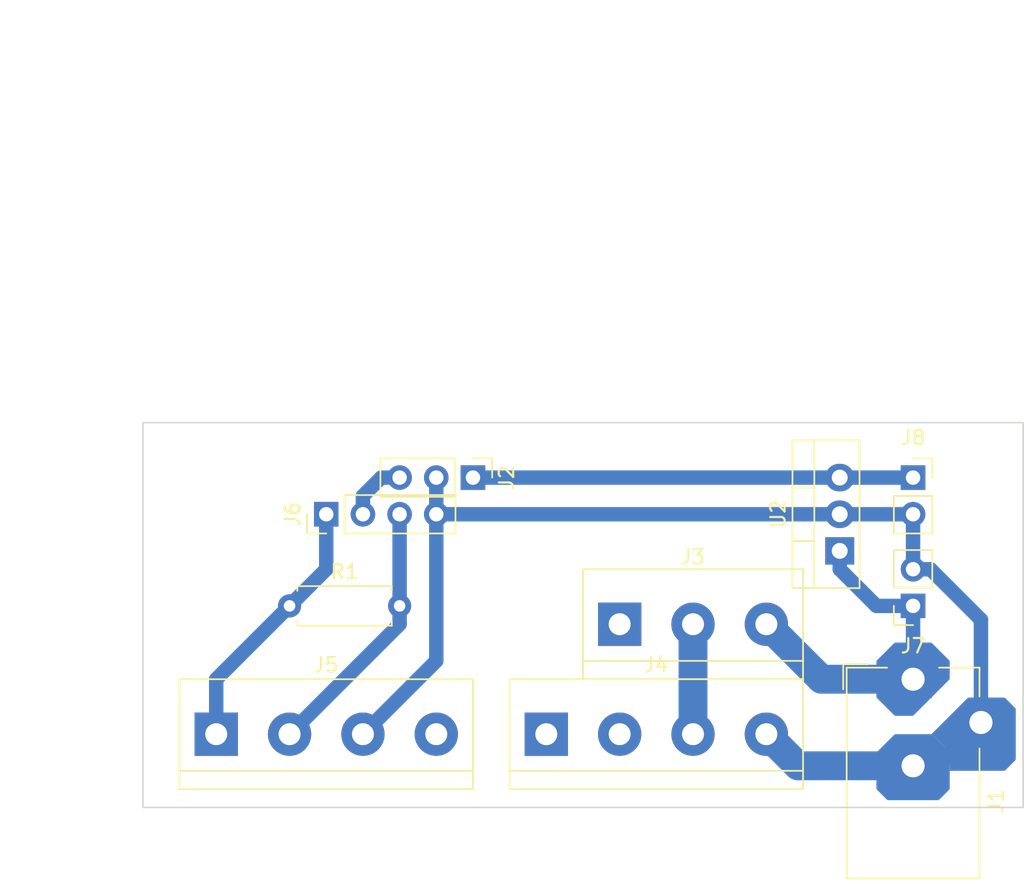
<source format=kicad_pcb>
(kicad_pcb (version 20211014) (generator pcbnew)
  (layers (0 "F.Cu" signal) (31 "B.Cu" signal) (34 "B.Paste" user) (35 "F.Paste" user) (36 "B.SilkS" user "B.Silkscreen") (37 "F.SilkS" user "F.Silkscreen") (38 "B.Mask" user) (39 "F.Mask" user) (44 "Edge.Cuts" user))
  (net 0 "")
  (net 2 "+12V")
  (net 3 "GND")
  (net 4 "+5V")
  (net 5 "/REL3")
  (net 6 "/NC")
  (net 7 "/COM")
  (net 8 "/REL1")
  (net 9 "/REL2")
  (net 10 "+3.3V")
  (net 11 "/SEN")
  (footprint "TerminalBlock:TerminalBlock_bornier-4_P5.08mm" (layer "F.Cu") (at 157.48 100.33)
    (fp_text reference "J4" (at 7.6 -4.8) (layer "F.SilkS"))
    (fp_text value "ACTIVADOR")
    (fp_line (start 17.78 2.54) (end -2.54 2.54) (layer "F.SilkS") (width 0.12))
    (fp_line (start -2.54 -3.81) (end 17.78 -3.81) (layer "F.SilkS") (width 0.12))
    (fp_line (start -2.54 -3.81) (end -2.54 3.81) (layer "F.SilkS") (width 0.12))
    (fp_line (start 17.78 3.81) (end 17.78 -3.81) (layer "F.SilkS") (width 0.12))
    (fp_line (start -2.54 3.81) (end 17.78 3.81) (layer "F.SilkS") (width 0.12))
    (pad "1" thru_hole rect (at 0 0) (size 3 3) (drill 1.52) (layers *.Cu *.Mask) (net 8 "/REL1"))
    (pad "2" thru_hole circle (at 5.08 0) (size 3 3) (drill 1.52) (layers *.Cu *.Mask) (net 9 "/REL2"))
    (pad "3" thru_hole circle (at 10.16 0) (size 3 3) (drill 1.52) (layers *.Cu *.Mask) (net 7 "/COM"))
    (pad "4" thru_hole circle (at 15.24 0) (size 3 3) (drill 1.52) (layers *.Cu *.Mask) (net 3 "GND"))
  )
  (footprint "Connector_PinHeader_2.54mm:PinHeader_1x04_P2.54mm_Vertical" (layer "F.Cu") (at 142.24 85.09 90)
    (fp_text reference "J6" (at 0 -2.33 90) (layer "F.SilkS"))
    (fp_text value "ESP")
    (fp_line (start -1.33 1.27) (end 1.33 1.27) (layer "F.SilkS") (width 0.12))
    (fp_line (start 1.33 1.27) (end 1.33 8.95) (layer "F.SilkS") (width 0.12))
    (fp_line (start -1.33 -1.33) (end 0 -1.33) (layer "F.SilkS") (width 0.12))
    (fp_line (start -1.33 1.27) (end -1.33 8.95) (layer "F.SilkS") (width 0.12))
    (fp_line (start -1.33 8.95) (end 1.33 8.95) (layer "F.SilkS") (width 0.12))
    (fp_line (start -1.33 0) (end -1.33 -1.33) (layer "F.SilkS") (width 0.12))
    (pad "1" thru_hole rect (at 0 0 90) (size 1.7 1.7) (drill 1) (layers *.Cu *.Mask) (net 10 "+3.3V"))
    (pad "2" thru_hole oval (at 0 2.54 90) (size 1.7 1.7) (drill 1) (layers *.Cu *.Mask) (net 5 "/REL3"))
    (pad "3" thru_hole oval (at 0 5.08 90) (size 1.7 1.7) (drill 1) (layers *.Cu *.Mask) (net 11 "/SEN"))
    (pad "4" thru_hole oval (at 0 7.62 90) (size 1.7 1.7) (drill 1) (layers *.Cu *.Mask) (net 3 "GND"))
  )
  (footprint "TerminalBlock:TerminalBlock_bornier-3_P5.08mm" (layer "F.Cu") (at 162.56 92.71)
    (fp_text reference "J3" (at 5.05 -4.65) (layer "F.SilkS"))
    (fp_text value "REL_OUT")
    (fp_line (start 12.7 3.81) (end 12.7 -3.81) (layer "F.SilkS") (width 0.12))
    (fp_line (start -2.54 -3.81) (end 12.7 -3.81) (layer "F.SilkS") (width 0.12))
    (fp_line (start -2.54 3.81) (end 12.7 3.81) (layer "F.SilkS") (width 0.12))
    (fp_line (start -2.54 2.54) (end 12.7 2.54) (layer "F.SilkS") (width 0.12))
    (fp_line (start -2.54 3.81) (end -2.54 -3.81) (layer "F.SilkS") (width 0.12))
    (pad "1" thru_hole rect (at 0 0) (size 3 3) (drill 1.52) (layers *.Cu *.Mask) (net 6 "/NC"))
    (pad "2" thru_hole circle (at 5.08 0) (size 3 3) (drill 1.52) (layers *.Cu *.Mask) (net 7 "/COM"))
    (pad "3" thru_hole circle (at 10.16 0) (size 3 3) (drill 1.52) (layers *.Cu *.Mask) (net 2 "+12V"))
  )
  (footprint "Resistor_THT:R_Axial_DIN0207_L6.3mm_D2.5mm_P7.62mm_Horizontal" (layer "F.Cu") (at 139.7 91.44)
    (fp_text reference "R1" (at 3.81 -2.37) (layer "F.SilkS"))
    (fp_text value "4.7K")
    (fp_line (start 7.08 1.37) (end 7.08 1.04) (layer "F.SilkS") (width 0.12))
    (fp_line (start 0.54 1.37) (end 7.08 1.37) (layer "F.SilkS") (width 0.12))
    (fp_line (start 0.54 -1.37) (end 7.08 -1.37) (layer "F.SilkS") (width 0.12))
    (fp_line (start 0.54 -1.04) (end 0.54 -1.37) (layer "F.SilkS") (width 0.12))
    (fp_line (start 7.08 -1.37) (end 7.08 -1.04) (layer "F.SilkS") (width 0.12))
    (fp_line (start 0.54 1.04) (end 0.54 1.37) (layer "F.SilkS") (width 0.12))
    (pad "1" thru_hole circle (at 0 0) (size 1.6 1.6) (drill 0.8) (layers *.Cu *.Mask) (net 10 "+3.3V"))
    (pad "2" thru_hole oval (at 7.62 0) (size 1.6 1.6) (drill 0.8) (layers *.Cu *.Mask) (net 11 "/SEN"))
  )
  (footprint "Connector_BarrelJack:BarrelJack_CUI_PJ-102AH_Horizontal" (layer "F.Cu") (at 182.88 96.52)
    (fp_text reference "J1" (at 5.75 8.45 90) (layer "F.SilkS"))
    (fp_text value "Barrel_Jack_Switch")
    (fp_line (start 4.6 4.8) (end 4.6 13.8) (layer "F.SilkS") (width 0.12))
    (fp_line (start -4.84 0.7) (end -4.84 -1.04) (layer "F.SilkS") (width 0.12))
    (fp_line (start -4.84 -1.04) (end -3.1 -1.04) (layer "F.SilkS") (width 0.12))
    (fp_line (start -4.6 13.8) (end -4.6 -0.8) (layer "F.SilkS") (width 0.12))
    (fp_line (start 4.6 -0.8) (end 4.6 1.2) (layer "F.SilkS") (width 0.12))
    (fp_line (start 4.6 13.8) (end -4.6 13.8) (layer "F.SilkS") (width 0.12))
    (fp_line (start -4.6 -0.8) (end -1.8 -0.8) (layer "F.SilkS") (width 0.12))
    (fp_line (start 1.8 -0.8) (end 4.6 -0.8) (layer "F.SilkS") (width 0.12))
    (pad "1" thru_hole rect (at 0 0) (size 2.6 2.6) (drill 1.6) (layers *.Cu *.Mask) (net 2 "+12V"))
    (pad "2" thru_hole circle (at 0 6) (size 2.6 2.6) (drill 1.6) (layers *.Cu *.Mask) (net 3 "GND"))
    (pad "3" thru_hole circle (at 4.7 3) (size 2.6 2.6) (drill 1.6) (layers *.Cu *.Mask) (net 3 "GND"))
  )
  (footprint "TerminalBlock:TerminalBlock_bornier-4_P5.08mm" (layer "F.Cu") (at 134.62 100.33)
    (fp_text reference "J5" (at 7.6 -4.8) (layer "F.SilkS"))
    (fp_text value "SENSOR")
    (fp_line (start -2.54 3.81) (end 17.78 3.81) (layer "F.SilkS") (width 0.12))
    (fp_line (start 17.78 3.81) (end 17.78 -3.81) (layer "F.SilkS") (width 0.12))
    (fp_line (start -2.54 -3.81) (end 17.78 -3.81) (layer "F.SilkS") (width 0.12))
    (fp_line (start -2.54 -3.81) (end -2.54 3.81) (layer "F.SilkS") (width 0.12))
    (fp_line (start 17.78 2.54) (end -2.54 2.54) (layer "F.SilkS") (width 0.12))
    (pad "1" thru_hole rect (at 0 0) (size 3 3) (drill 1.52) (layers *.Cu *.Mask) (net 10 "+3.3V"))
    (pad "2" thru_hole circle (at 5.08 0) (size 3 3) (drill 1.52) (layers *.Cu *.Mask) (net 11 "/SEN"))
    (pad "3" thru_hole circle (at 10.16 0) (size 3 3) (drill 1.52) (layers *.Cu *.Mask) (net 3 "GND"))
    (pad "4" thru_hole circle (at 15.24 0) (size 3 3) (drill 1.52) (layers *.Cu *.Mask))
  )
  (footprint "Connector_PinHeader_2.54mm:PinHeader_1x03_P2.54mm_Vertical" (layer "F.Cu") (at 152.4 82.55 -90)
    (fp_text reference "J2" (at 0 -2.33 90) (layer "F.SilkS"))
    (fp_text value "REL_IN")
    (fp_line (start -1.33 1.27) (end -1.33 6.41) (layer "F.SilkS") (width 0.12))
    (fp_line (start -1.33 -1.33) (end 0 -1.33) (layer "F.SilkS") (width 0.12))
    (fp_line (start -1.33 0) (end -1.33 -1.33) (layer "F.SilkS") (width 0.12))
    (fp_line (start -1.33 1.27) (end 1.33 1.27) (layer "F.SilkS") (width 0.12))
    (fp_line (start 1.33 1.27) (end 1.33 6.41) (layer "F.SilkS") (width 0.12))
    (fp_line (start -1.33 6.41) (end 1.33 6.41) (layer "F.SilkS") (width 0.12))
    (pad "1" thru_hole rect (at 0 0 270) (size 1.7 1.7) (drill 1) (layers *.Cu *.Mask) (net 4 "+5V"))
    (pad "2" thru_hole oval (at 0 2.54 270) (size 1.7 1.7) (drill 1) (layers *.Cu *.Mask) (net 3 "GND"))
    (pad "3" thru_hole oval (at 0 5.08 270) (size 1.7 1.7) (drill 1) (layers *.Cu *.Mask) (net 5 "/REL3"))
  )
  (footprint "Package_TO_SOT_THT:TO-220-3_Vertical" (layer "F.Cu") (at 177.8 87.63 90)
    (fp_text reference "U2" (at 2.54 -4.27 90) (layer "F.SilkS"))
    (fp_text value "LM7805_TO220")
    (fp_line (start -2.58 -1.76) (end 7.66 -1.76) (layer "F.SilkS") (width 0.12))
    (fp_line (start -2.58 1.371) (end 7.66 1.371) (layer "F.SilkS") (width 0.12))
    (fp_line (start -2.58 -3.27) (end -2.58 1.371) (layer "F.SilkS") (width 0.12))
    (fp_line (start 7.66 -3.27) (end 7.66 1.371) (layer "F.SilkS") (width 0.12))
    (fp_line (start 4.391 -3.27) (end 4.391 -1.76) (layer "F.SilkS") (width 0.12))
    (fp_line (start -2.58 -3.27) (end 7.66 -3.27) (layer "F.SilkS") (width 0.12))
    (fp_line (start 0.69 -3.27) (end 0.69 -1.76) (layer "F.SilkS") (width 0.12))
    (pad "1" thru_hole rect (at 0 0 90) (size 1.905 2) (drill 1.1) (layers *.Cu *.Mask) (net 2 "+12V"))
    (pad "2" thru_hole oval (at 2.54 0 90) (size 1.905 2) (drill 1.1) (layers *.Cu *.Mask) (net 3 "GND"))
    (pad "3" thru_hole oval (at 5.08 0 90) (size 1.905 2) (drill 1.1) (layers *.Cu *.Mask) (net 4 "+5V"))
  )
  (footprint "Connector_PinSocket_2.54mm:PinSocket_1x02_P2.54mm_Vertical" (layer "F.Cu") (at 182.88 82.55)
    (fp_text reference "J8" (at 0 -2.77) (layer "F.SilkS"))
    (fp_text value "StepDownOut")
    (fp_line (start -1.33 1.27) (end 1.33 1.27) (layer "F.SilkS") (width 0.12))
    (fp_line (start 1.33 -1.33) (end 1.33 0) (layer "F.SilkS") (width 0.12))
    (fp_line (start -1.33 1.27) (end -1.33 3.87) (layer "F.SilkS") (width 0.12))
    (fp_line (start 1.33 1.27) (end 1.33 3.87) (layer "F.SilkS") (width 0.12))
    (fp_line (start -1.33 3.87) (end 1.33 3.87) (layer "F.SilkS") (width 0.12))
    (fp_line (start 0 -1.33) (end 1.33 -1.33) (layer "F.SilkS") (width 0.12))
    (pad "1" thru_hole rect (at 0 0) (size 1.7 1.7) (drill 1) (layers *.Cu *.Mask) (net 4 "+5V"))
    (pad "2" thru_hole oval (at 0 2.54) (size 1.7 1.7) (drill 1) (layers *.Cu *.Mask) (net 3 "GND"))
  )
  (footprint "Connector_PinSocket_2.54mm:PinSocket_1x02_P2.54mm_Vertical" (layer "F.Cu") (at 182.88 91.44 180)
    (fp_text reference "J7" (at 0 -2.77) (layer "F.SilkS"))
    (fp_text value "StepDownIn")
    (fp_line (start 1.33 -1.33) (end 1.33 0) (layer "F.SilkS") (width 0.12))
    (fp_line (start 0 -1.33) (end 1.33 -1.33) (layer "F.SilkS") (width 0.12))
    (fp_line (start -1.33 3.87) (end 1.33 3.87) (layer "F.SilkS") (width 0.12))
    (fp_line (start -1.33 1.27) (end 1.33 1.27) (layer "F.SilkS") (width 0.12))
    (fp_line (start 1.33 1.27) (end 1.33 3.87) (layer "F.SilkS") (width 0.12))
    (fp_line (start -1.33 1.27) (end -1.33 3.87) (layer "F.SilkS") (width 0.12))
    (pad "1" thru_hole rect (at 0 0 180) (size 1.7 1.7) (drill 1) (layers *.Cu *.Mask) (net 2 "+12V"))
    (pad "2" thru_hole oval (at 0 2.54 180) (size 1.7 1.7) (drill 1) (layers *.Cu *.Mask) (net 3 "GND"))
  )
  (gr_rect (start 190.5 105.41) (end 129.54 78.74) (layer "Edge.Cuts") (width 0.1) (fill none))
  (segment (start 177.8 88.9) (end 180.34 91.44) (width 1) (layer "B.Cu") (net 2))
  (segment (start 176.53 96.52) (end 172.72 92.71) (width 2) (layer "B.Cu") (net 2))
  (segment (start 182.88 96.52) (end 176.53 96.52) (width 2) (layer "B.Cu") (net 2))
  (segment (start 182.88 91.44) (end 182.88 96.52) (width 1) (layer "B.Cu") (net 2))
  (segment (start 177.8 87.63) (end 177.8 88.9) (width 1) (layer "B.Cu") (net 2))
  (segment (start 180.34 91.44) (end 182.88 91.44) (width 1) (layer "B.Cu") (net 2))
  (segment (start 182.88 102.52) (end 184.58 102.52) (width 1) (layer "B.Cu") (net 3))
  (segment (start 182.88 85.09) (end 182.88 88.9) (width 1) (layer "B.Cu") (net 3))
  (segment (start 182.88 102.52) (end 174.91 102.52) (width 2) (layer "B.Cu") (net 3))
  (segment (start 182.88 88.9) (end 184.082081 88.9) (width 1) (layer "B.Cu") (net 3))
  (segment (start 149.86 82.55) (end 149.86 85.09) (width 1) (layer "B.Cu") (net 3))
  (segment (start 149.86 85.09) (end 149.86 95.25) (width 1) (layer "B.Cu") (net 3))
  (segment (start 184.082081 88.9) (end 187.58 92.397919) (width 1) (layer "B.Cu") (net 3))
  (segment (start 177.8 85.09) (end 182.88 85.09) (width 1) (layer "B.Cu") (net 3))
  (segment (start 184.58 102.52) (end 187.58 99.52) (width 1) (layer "B.Cu") (net 3))
  (segment (start 187.58 92.397919) (end 187.58 99.52) (width 1) (layer "B.Cu") (net 3))
  (segment (start 174.91 102.52) (end 172.72 100.33) (width 2) (layer "B.Cu") (net 3))
  (segment (start 149.86 95.25) (end 144.78 100.33) (width 1) (layer "B.Cu") (net 3))
  (segment (start 149.86 85.09) (end 177.8 85.09) (width 1) (layer "B.Cu") (net 3))
  (segment (start 152.4 82.55) (end 177.8 82.55) (width 1) (layer "B.Cu") (net 4))
  (segment (start 182.88 82.55) (end 177.8 82.55) (width 1) (layer "B.Cu") (net 4))
  (segment (start 144.78 85.09) (end 144.78 83.82) (width 1) (layer "B.Cu") (net 5))
  (segment (start 146.05 82.55) (end 147.32 82.55) (width 1) (layer "B.Cu") (net 5))
  (segment (start 144.78 83.82) (end 146.05 82.55) (width 1) (layer "B.Cu") (net 5))
  (segment (start 167.64 92.71) (end 167.64 100.33) (width 2) (layer "B.Cu") (net 7))
  (segment (start 134.62 100.33) (end 134.62 96.52) (width 1) (layer "B.Cu") (net 10))
  (segment (start 134.62 96.52) (end 139.7 91.44) (width 1) (layer "B.Cu") (net 10))
  (segment (start 142.24 88.9) (end 139.7 91.44) (width 1) (layer "B.Cu") (net 10))
  (segment (start 142.24 85.09) (end 142.24 88.9) (width 1) (layer "B.Cu") (net 10))
  (segment (start 139.7 100.33) (end 147.32 92.71) (width 1) (layer "B.Cu") (net 11))
  (segment (start 147.32 85.09) (end 147.32 91.44) (width 1) (layer "B.Cu") (net 11))
  (segment (start 147.32 92.71) (end 147.32 91.44) (width 1) (layer "B.Cu") (net 11))
  (zone (net 3) (net_name "GND") (layer "B.Cu") (connect_pads yes (clearance 0.508)) (min_thickness 0.254) (fill yes (thermal_gap 0.508) (thermal_bridge_width 0.508))
    (polygon (pts (xy 190.5 99.06) (xy 190.5 101.6) (xy 189.23 102.87) (xy 185.42 102.87) (xy 185.42 101.6) (xy 184.15 100.33) (xy 186.69 97.79) (xy 189.23 97.79)))
  )
  (zone (net 2) (net_name "+12V") (layer "B.Cu") (connect_pads yes (clearance 0.508)) (min_thickness 0.254) (fill yes (thermal_gap 0.508) (thermal_bridge_width 0.508))
    (polygon (pts (xy 185.42 95.25) (xy 185.42 96.52) (xy 182.88 99.06) (xy 181.61 99.06) (xy 180.34 97.79) (xy 180.34 95.25) (xy 181.61 93.98) (xy 184.15 93.98)))
  )
  (zone (net 3) (net_name "GND") (layer "B.Cu") (connect_pads yes (clearance 0.508)) (min_thickness 0.254) (fill yes (thermal_gap 0.508) (thermal_bridge_width 0.508))
    (polygon (pts (xy 185.42 101.6) (xy 185.42 104.14) (xy 184.15 105.41) (xy 181.61 105.41) (xy 180.34 104.14) (xy 180.34 101.6) (xy 181.61 100.33) (xy 184.15 100.33)))
  )
)
</source>
